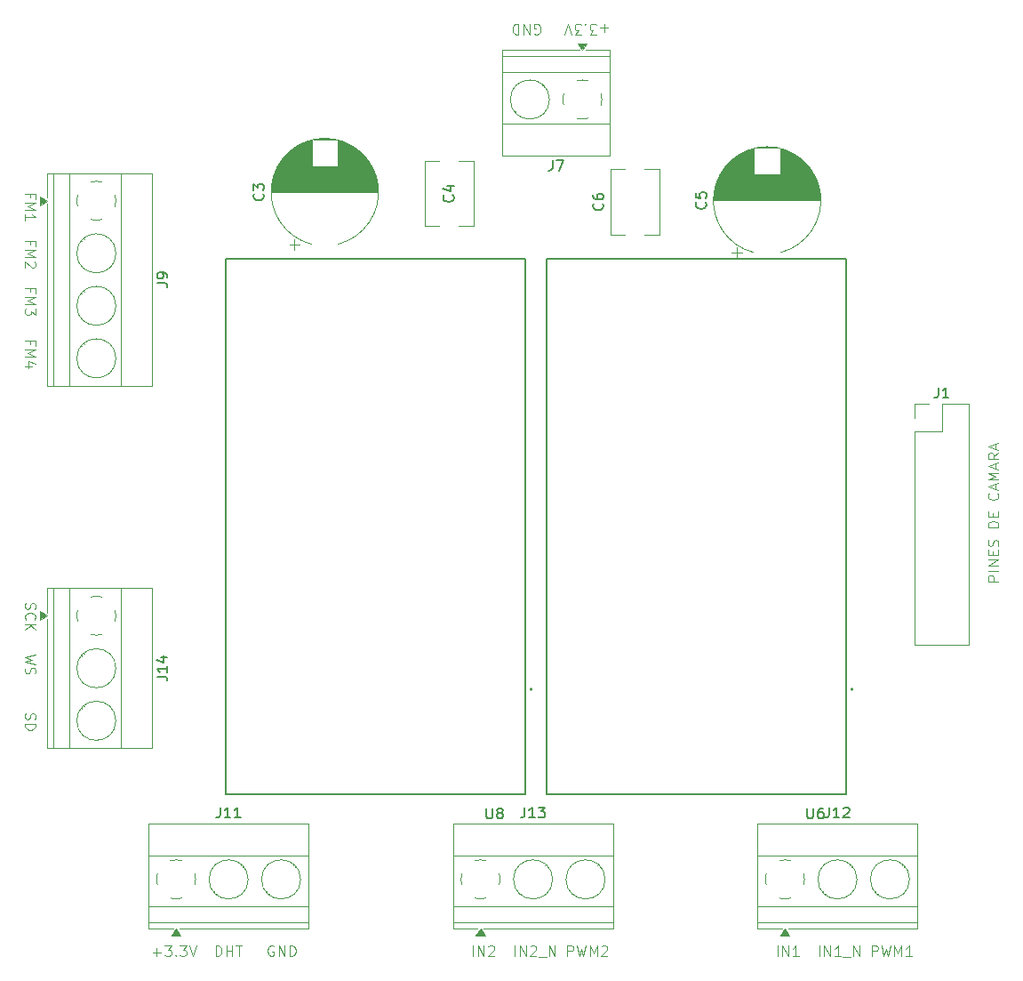
<source format=gbr>
%TF.GenerationSoftware,KiCad,Pcbnew,9.0.0*%
%TF.CreationDate,2025-03-24T12:51:38-05:00*%
%TF.ProjectId,DIIN-proyecto,4449494e-2d70-4726-9f79-6563746f2e6b,rev?*%
%TF.SameCoordinates,Original*%
%TF.FileFunction,Legend,Top*%
%TF.FilePolarity,Positive*%
%FSLAX46Y46*%
G04 Gerber Fmt 4.6, Leading zero omitted, Abs format (unit mm)*
G04 Created by KiCad (PCBNEW 9.0.0) date 2025-03-24 12:51:38*
%MOMM*%
%LPD*%
G01*
G04 APERTURE LIST*
%ADD10C,0.100000*%
%ADD11C,0.150000*%
%ADD12C,0.120000*%
%ADD13C,0.127000*%
%ADD14C,0.200000*%
G04 APERTURE END LIST*
D10*
X100508990Y-82203517D02*
X100508990Y-81870184D01*
X99985180Y-81870184D02*
X100985180Y-81870184D01*
X100985180Y-81870184D02*
X100985180Y-82346374D01*
X99985180Y-82727327D02*
X100985180Y-82727327D01*
X100985180Y-82727327D02*
X100270895Y-83060660D01*
X100270895Y-83060660D02*
X100985180Y-83393993D01*
X100985180Y-83393993D02*
X99985180Y-83393993D01*
X100651847Y-84298755D02*
X99985180Y-84298755D01*
X101032800Y-84060660D02*
X100318514Y-83822565D01*
X100318514Y-83822565D02*
X100318514Y-84441612D01*
X100508990Y-77203517D02*
X100508990Y-76870184D01*
X99985180Y-76870184D02*
X100985180Y-76870184D01*
X100985180Y-76870184D02*
X100985180Y-77346374D01*
X99985180Y-77727327D02*
X100985180Y-77727327D01*
X100985180Y-77727327D02*
X100270895Y-78060660D01*
X100270895Y-78060660D02*
X100985180Y-78393993D01*
X100985180Y-78393993D02*
X99985180Y-78393993D01*
X100985180Y-78774946D02*
X100985180Y-79393993D01*
X100985180Y-79393993D02*
X100604228Y-79060660D01*
X100604228Y-79060660D02*
X100604228Y-79203517D01*
X100604228Y-79203517D02*
X100556609Y-79298755D01*
X100556609Y-79298755D02*
X100508990Y-79346374D01*
X100508990Y-79346374D02*
X100413752Y-79393993D01*
X100413752Y-79393993D02*
X100175657Y-79393993D01*
X100175657Y-79393993D02*
X100080419Y-79346374D01*
X100080419Y-79346374D02*
X100032800Y-79298755D01*
X100032800Y-79298755D02*
X99985180Y-79203517D01*
X99985180Y-79203517D02*
X99985180Y-78917803D01*
X99985180Y-78917803D02*
X100032800Y-78822565D01*
X100032800Y-78822565D02*
X100080419Y-78774946D01*
X100508990Y-72703517D02*
X100508990Y-72370184D01*
X99985180Y-72370184D02*
X100985180Y-72370184D01*
X100985180Y-72370184D02*
X100985180Y-72846374D01*
X99985180Y-73227327D02*
X100985180Y-73227327D01*
X100985180Y-73227327D02*
X100270895Y-73560660D01*
X100270895Y-73560660D02*
X100985180Y-73893993D01*
X100985180Y-73893993D02*
X99985180Y-73893993D01*
X100889942Y-74322565D02*
X100937561Y-74370184D01*
X100937561Y-74370184D02*
X100985180Y-74465422D01*
X100985180Y-74465422D02*
X100985180Y-74703517D01*
X100985180Y-74703517D02*
X100937561Y-74798755D01*
X100937561Y-74798755D02*
X100889942Y-74846374D01*
X100889942Y-74846374D02*
X100794704Y-74893993D01*
X100794704Y-74893993D02*
X100699466Y-74893993D01*
X100699466Y-74893993D02*
X100556609Y-74846374D01*
X100556609Y-74846374D02*
X99985180Y-74274946D01*
X99985180Y-74274946D02*
X99985180Y-74893993D01*
X100508990Y-68203517D02*
X100508990Y-67870184D01*
X99985180Y-67870184D02*
X100985180Y-67870184D01*
X100985180Y-67870184D02*
X100985180Y-68346374D01*
X99985180Y-68727327D02*
X100985180Y-68727327D01*
X100985180Y-68727327D02*
X100270895Y-69060660D01*
X100270895Y-69060660D02*
X100985180Y-69393993D01*
X100985180Y-69393993D02*
X99985180Y-69393993D01*
X99985180Y-70393993D02*
X99985180Y-69822565D01*
X99985180Y-70108279D02*
X100985180Y-70108279D01*
X100985180Y-70108279D02*
X100842323Y-70013041D01*
X100842323Y-70013041D02*
X100747085Y-69917803D01*
X100747085Y-69917803D02*
X100699466Y-69822565D01*
X100032800Y-117322565D02*
X99985180Y-117465422D01*
X99985180Y-117465422D02*
X99985180Y-117703517D01*
X99985180Y-117703517D02*
X100032800Y-117798755D01*
X100032800Y-117798755D02*
X100080419Y-117846374D01*
X100080419Y-117846374D02*
X100175657Y-117893993D01*
X100175657Y-117893993D02*
X100270895Y-117893993D01*
X100270895Y-117893993D02*
X100366133Y-117846374D01*
X100366133Y-117846374D02*
X100413752Y-117798755D01*
X100413752Y-117798755D02*
X100461371Y-117703517D01*
X100461371Y-117703517D02*
X100508990Y-117513041D01*
X100508990Y-117513041D02*
X100556609Y-117417803D01*
X100556609Y-117417803D02*
X100604228Y-117370184D01*
X100604228Y-117370184D02*
X100699466Y-117322565D01*
X100699466Y-117322565D02*
X100794704Y-117322565D01*
X100794704Y-117322565D02*
X100889942Y-117370184D01*
X100889942Y-117370184D02*
X100937561Y-117417803D01*
X100937561Y-117417803D02*
X100985180Y-117513041D01*
X100985180Y-117513041D02*
X100985180Y-117751136D01*
X100985180Y-117751136D02*
X100937561Y-117893993D01*
X99985180Y-118322565D02*
X100985180Y-118322565D01*
X100985180Y-118322565D02*
X100985180Y-118560660D01*
X100985180Y-118560660D02*
X100937561Y-118703517D01*
X100937561Y-118703517D02*
X100842323Y-118798755D01*
X100842323Y-118798755D02*
X100747085Y-118846374D01*
X100747085Y-118846374D02*
X100556609Y-118893993D01*
X100556609Y-118893993D02*
X100413752Y-118893993D01*
X100413752Y-118893993D02*
X100223276Y-118846374D01*
X100223276Y-118846374D02*
X100128038Y-118798755D01*
X100128038Y-118798755D02*
X100032800Y-118703517D01*
X100032800Y-118703517D02*
X99985180Y-118560660D01*
X99985180Y-118560660D02*
X99985180Y-118322565D01*
X100985180Y-111774946D02*
X99985180Y-112013041D01*
X99985180Y-112013041D02*
X100699466Y-112203517D01*
X100699466Y-112203517D02*
X99985180Y-112393993D01*
X99985180Y-112393993D02*
X100985180Y-112632089D01*
X100032800Y-112965422D02*
X99985180Y-113108279D01*
X99985180Y-113108279D02*
X99985180Y-113346374D01*
X99985180Y-113346374D02*
X100032800Y-113441612D01*
X100032800Y-113441612D02*
X100080419Y-113489231D01*
X100080419Y-113489231D02*
X100175657Y-113536850D01*
X100175657Y-113536850D02*
X100270895Y-113536850D01*
X100270895Y-113536850D02*
X100366133Y-113489231D01*
X100366133Y-113489231D02*
X100413752Y-113441612D01*
X100413752Y-113441612D02*
X100461371Y-113346374D01*
X100461371Y-113346374D02*
X100508990Y-113155898D01*
X100508990Y-113155898D02*
X100556609Y-113060660D01*
X100556609Y-113060660D02*
X100604228Y-113013041D01*
X100604228Y-113013041D02*
X100699466Y-112965422D01*
X100699466Y-112965422D02*
X100794704Y-112965422D01*
X100794704Y-112965422D02*
X100889942Y-113013041D01*
X100889942Y-113013041D02*
X100937561Y-113060660D01*
X100937561Y-113060660D02*
X100985180Y-113155898D01*
X100985180Y-113155898D02*
X100985180Y-113393993D01*
X100985180Y-113393993D02*
X100937561Y-113536850D01*
X100032800Y-106822565D02*
X99985180Y-106965422D01*
X99985180Y-106965422D02*
X99985180Y-107203517D01*
X99985180Y-107203517D02*
X100032800Y-107298755D01*
X100032800Y-107298755D02*
X100080419Y-107346374D01*
X100080419Y-107346374D02*
X100175657Y-107393993D01*
X100175657Y-107393993D02*
X100270895Y-107393993D01*
X100270895Y-107393993D02*
X100366133Y-107346374D01*
X100366133Y-107346374D02*
X100413752Y-107298755D01*
X100413752Y-107298755D02*
X100461371Y-107203517D01*
X100461371Y-107203517D02*
X100508990Y-107013041D01*
X100508990Y-107013041D02*
X100556609Y-106917803D01*
X100556609Y-106917803D02*
X100604228Y-106870184D01*
X100604228Y-106870184D02*
X100699466Y-106822565D01*
X100699466Y-106822565D02*
X100794704Y-106822565D01*
X100794704Y-106822565D02*
X100889942Y-106870184D01*
X100889942Y-106870184D02*
X100937561Y-106917803D01*
X100937561Y-106917803D02*
X100985180Y-107013041D01*
X100985180Y-107013041D02*
X100985180Y-107251136D01*
X100985180Y-107251136D02*
X100937561Y-107393993D01*
X100080419Y-108393993D02*
X100032800Y-108346374D01*
X100032800Y-108346374D02*
X99985180Y-108203517D01*
X99985180Y-108203517D02*
X99985180Y-108108279D01*
X99985180Y-108108279D02*
X100032800Y-107965422D01*
X100032800Y-107965422D02*
X100128038Y-107870184D01*
X100128038Y-107870184D02*
X100223276Y-107822565D01*
X100223276Y-107822565D02*
X100413752Y-107774946D01*
X100413752Y-107774946D02*
X100556609Y-107774946D01*
X100556609Y-107774946D02*
X100747085Y-107822565D01*
X100747085Y-107822565D02*
X100842323Y-107870184D01*
X100842323Y-107870184D02*
X100937561Y-107965422D01*
X100937561Y-107965422D02*
X100985180Y-108108279D01*
X100985180Y-108108279D02*
X100985180Y-108203517D01*
X100985180Y-108203517D02*
X100937561Y-108346374D01*
X100937561Y-108346374D02*
X100889942Y-108393993D01*
X99985180Y-108822565D02*
X100985180Y-108822565D01*
X99985180Y-109393993D02*
X100556609Y-108965422D01*
X100985180Y-109393993D02*
X100413752Y-108822565D01*
X123685293Y-139486338D02*
X123590055Y-139438719D01*
X123590055Y-139438719D02*
X123447198Y-139438719D01*
X123447198Y-139438719D02*
X123304341Y-139486338D01*
X123304341Y-139486338D02*
X123209103Y-139581576D01*
X123209103Y-139581576D02*
X123161484Y-139676814D01*
X123161484Y-139676814D02*
X123113865Y-139867290D01*
X123113865Y-139867290D02*
X123113865Y-140010147D01*
X123113865Y-140010147D02*
X123161484Y-140200623D01*
X123161484Y-140200623D02*
X123209103Y-140295861D01*
X123209103Y-140295861D02*
X123304341Y-140391100D01*
X123304341Y-140391100D02*
X123447198Y-140438719D01*
X123447198Y-140438719D02*
X123542436Y-140438719D01*
X123542436Y-140438719D02*
X123685293Y-140391100D01*
X123685293Y-140391100D02*
X123732912Y-140343480D01*
X123732912Y-140343480D02*
X123732912Y-140010147D01*
X123732912Y-140010147D02*
X123542436Y-140010147D01*
X124161484Y-140438719D02*
X124161484Y-139438719D01*
X124161484Y-139438719D02*
X124732912Y-140438719D01*
X124732912Y-140438719D02*
X124732912Y-139438719D01*
X125209103Y-140438719D02*
X125209103Y-139438719D01*
X125209103Y-139438719D02*
X125447198Y-139438719D01*
X125447198Y-139438719D02*
X125590055Y-139486338D01*
X125590055Y-139486338D02*
X125685293Y-139581576D01*
X125685293Y-139581576D02*
X125732912Y-139676814D01*
X125732912Y-139676814D02*
X125780531Y-139867290D01*
X125780531Y-139867290D02*
X125780531Y-140010147D01*
X125780531Y-140010147D02*
X125732912Y-140200623D01*
X125732912Y-140200623D02*
X125685293Y-140295861D01*
X125685293Y-140295861D02*
X125590055Y-140391100D01*
X125590055Y-140391100D02*
X125447198Y-140438719D01*
X125447198Y-140438719D02*
X125209103Y-140438719D01*
X118161484Y-140438719D02*
X118161484Y-139438719D01*
X118161484Y-139438719D02*
X118399579Y-139438719D01*
X118399579Y-139438719D02*
X118542436Y-139486338D01*
X118542436Y-139486338D02*
X118637674Y-139581576D01*
X118637674Y-139581576D02*
X118685293Y-139676814D01*
X118685293Y-139676814D02*
X118732912Y-139867290D01*
X118732912Y-139867290D02*
X118732912Y-140010147D01*
X118732912Y-140010147D02*
X118685293Y-140200623D01*
X118685293Y-140200623D02*
X118637674Y-140295861D01*
X118637674Y-140295861D02*
X118542436Y-140391100D01*
X118542436Y-140391100D02*
X118399579Y-140438719D01*
X118399579Y-140438719D02*
X118161484Y-140438719D01*
X119161484Y-140438719D02*
X119161484Y-139438719D01*
X119161484Y-139914909D02*
X119732912Y-139914909D01*
X119732912Y-140438719D02*
X119732912Y-139438719D01*
X120066246Y-139438719D02*
X120637674Y-139438719D01*
X120351960Y-140438719D02*
X120351960Y-139438719D01*
X112161484Y-140057766D02*
X112923389Y-140057766D01*
X112542436Y-140438719D02*
X112542436Y-139676814D01*
X113304341Y-139438719D02*
X113923388Y-139438719D01*
X113923388Y-139438719D02*
X113590055Y-139819671D01*
X113590055Y-139819671D02*
X113732912Y-139819671D01*
X113732912Y-139819671D02*
X113828150Y-139867290D01*
X113828150Y-139867290D02*
X113875769Y-139914909D01*
X113875769Y-139914909D02*
X113923388Y-140010147D01*
X113923388Y-140010147D02*
X113923388Y-140248242D01*
X113923388Y-140248242D02*
X113875769Y-140343480D01*
X113875769Y-140343480D02*
X113828150Y-140391100D01*
X113828150Y-140391100D02*
X113732912Y-140438719D01*
X113732912Y-140438719D02*
X113447198Y-140438719D01*
X113447198Y-140438719D02*
X113351960Y-140391100D01*
X113351960Y-140391100D02*
X113304341Y-140343480D01*
X114351960Y-140343480D02*
X114399579Y-140391100D01*
X114399579Y-140391100D02*
X114351960Y-140438719D01*
X114351960Y-140438719D02*
X114304341Y-140391100D01*
X114304341Y-140391100D02*
X114351960Y-140343480D01*
X114351960Y-140343480D02*
X114351960Y-140438719D01*
X114732912Y-139438719D02*
X115351959Y-139438719D01*
X115351959Y-139438719D02*
X115018626Y-139819671D01*
X115018626Y-139819671D02*
X115161483Y-139819671D01*
X115161483Y-139819671D02*
X115256721Y-139867290D01*
X115256721Y-139867290D02*
X115304340Y-139914909D01*
X115304340Y-139914909D02*
X115351959Y-140010147D01*
X115351959Y-140010147D02*
X115351959Y-140248242D01*
X115351959Y-140248242D02*
X115304340Y-140343480D01*
X115304340Y-140343480D02*
X115256721Y-140391100D01*
X115256721Y-140391100D02*
X115161483Y-140438719D01*
X115161483Y-140438719D02*
X114875769Y-140438719D01*
X114875769Y-140438719D02*
X114780531Y-140391100D01*
X114780531Y-140391100D02*
X114732912Y-140343480D01*
X115637674Y-139438719D02*
X115971007Y-140438719D01*
X115971007Y-140438719D02*
X116304340Y-139438719D01*
X151661484Y-140438719D02*
X151661484Y-139438719D01*
X151661484Y-139438719D02*
X152042436Y-139438719D01*
X152042436Y-139438719D02*
X152137674Y-139486338D01*
X152137674Y-139486338D02*
X152185293Y-139533957D01*
X152185293Y-139533957D02*
X152232912Y-139629195D01*
X152232912Y-139629195D02*
X152232912Y-139772052D01*
X152232912Y-139772052D02*
X152185293Y-139867290D01*
X152185293Y-139867290D02*
X152137674Y-139914909D01*
X152137674Y-139914909D02*
X152042436Y-139962528D01*
X152042436Y-139962528D02*
X151661484Y-139962528D01*
X152566246Y-139438719D02*
X152804341Y-140438719D01*
X152804341Y-140438719D02*
X152994817Y-139724433D01*
X152994817Y-139724433D02*
X153185293Y-140438719D01*
X153185293Y-140438719D02*
X153423389Y-139438719D01*
X153804341Y-140438719D02*
X153804341Y-139438719D01*
X153804341Y-139438719D02*
X154137674Y-140153004D01*
X154137674Y-140153004D02*
X154471007Y-139438719D01*
X154471007Y-139438719D02*
X154471007Y-140438719D01*
X154899579Y-139533957D02*
X154947198Y-139486338D01*
X154947198Y-139486338D02*
X155042436Y-139438719D01*
X155042436Y-139438719D02*
X155280531Y-139438719D01*
X155280531Y-139438719D02*
X155375769Y-139486338D01*
X155375769Y-139486338D02*
X155423388Y-139533957D01*
X155423388Y-139533957D02*
X155471007Y-139629195D01*
X155471007Y-139629195D02*
X155471007Y-139724433D01*
X155471007Y-139724433D02*
X155423388Y-139867290D01*
X155423388Y-139867290D02*
X154851960Y-140438719D01*
X154851960Y-140438719D02*
X155471007Y-140438719D01*
X146661484Y-140438719D02*
X146661484Y-139438719D01*
X147137674Y-140438719D02*
X147137674Y-139438719D01*
X147137674Y-139438719D02*
X147709102Y-140438719D01*
X147709102Y-140438719D02*
X147709102Y-139438719D01*
X148137674Y-139533957D02*
X148185293Y-139486338D01*
X148185293Y-139486338D02*
X148280531Y-139438719D01*
X148280531Y-139438719D02*
X148518626Y-139438719D01*
X148518626Y-139438719D02*
X148613864Y-139486338D01*
X148613864Y-139486338D02*
X148661483Y-139533957D01*
X148661483Y-139533957D02*
X148709102Y-139629195D01*
X148709102Y-139629195D02*
X148709102Y-139724433D01*
X148709102Y-139724433D02*
X148661483Y-139867290D01*
X148661483Y-139867290D02*
X148090055Y-140438719D01*
X148090055Y-140438719D02*
X148709102Y-140438719D01*
X148899579Y-140533957D02*
X149661483Y-140533957D01*
X149899579Y-140438719D02*
X149899579Y-139438719D01*
X149899579Y-139438719D02*
X150471007Y-140438719D01*
X150471007Y-140438719D02*
X150471007Y-139438719D01*
X142661484Y-140438719D02*
X142661484Y-139438719D01*
X143137674Y-140438719D02*
X143137674Y-139438719D01*
X143137674Y-139438719D02*
X143709102Y-140438719D01*
X143709102Y-140438719D02*
X143709102Y-139438719D01*
X144137674Y-139533957D02*
X144185293Y-139486338D01*
X144185293Y-139486338D02*
X144280531Y-139438719D01*
X144280531Y-139438719D02*
X144518626Y-139438719D01*
X144518626Y-139438719D02*
X144613864Y-139486338D01*
X144613864Y-139486338D02*
X144661483Y-139533957D01*
X144661483Y-139533957D02*
X144709102Y-139629195D01*
X144709102Y-139629195D02*
X144709102Y-139724433D01*
X144709102Y-139724433D02*
X144661483Y-139867290D01*
X144661483Y-139867290D02*
X144090055Y-140438719D01*
X144090055Y-140438719D02*
X144709102Y-140438719D01*
X180661484Y-140438719D02*
X180661484Y-139438719D01*
X180661484Y-139438719D02*
X181042436Y-139438719D01*
X181042436Y-139438719D02*
X181137674Y-139486338D01*
X181137674Y-139486338D02*
X181185293Y-139533957D01*
X181185293Y-139533957D02*
X181232912Y-139629195D01*
X181232912Y-139629195D02*
X181232912Y-139772052D01*
X181232912Y-139772052D02*
X181185293Y-139867290D01*
X181185293Y-139867290D02*
X181137674Y-139914909D01*
X181137674Y-139914909D02*
X181042436Y-139962528D01*
X181042436Y-139962528D02*
X180661484Y-139962528D01*
X181566246Y-139438719D02*
X181804341Y-140438719D01*
X181804341Y-140438719D02*
X181994817Y-139724433D01*
X181994817Y-139724433D02*
X182185293Y-140438719D01*
X182185293Y-140438719D02*
X182423389Y-139438719D01*
X182804341Y-140438719D02*
X182804341Y-139438719D01*
X182804341Y-139438719D02*
X183137674Y-140153004D01*
X183137674Y-140153004D02*
X183471007Y-139438719D01*
X183471007Y-139438719D02*
X183471007Y-140438719D01*
X184471007Y-140438719D02*
X183899579Y-140438719D01*
X184185293Y-140438719D02*
X184185293Y-139438719D01*
X184185293Y-139438719D02*
X184090055Y-139581576D01*
X184090055Y-139581576D02*
X183994817Y-139676814D01*
X183994817Y-139676814D02*
X183899579Y-139724433D01*
X175661484Y-140438719D02*
X175661484Y-139438719D01*
X176137674Y-140438719D02*
X176137674Y-139438719D01*
X176137674Y-139438719D02*
X176709102Y-140438719D01*
X176709102Y-140438719D02*
X176709102Y-139438719D01*
X177709102Y-140438719D02*
X177137674Y-140438719D01*
X177423388Y-140438719D02*
X177423388Y-139438719D01*
X177423388Y-139438719D02*
X177328150Y-139581576D01*
X177328150Y-139581576D02*
X177232912Y-139676814D01*
X177232912Y-139676814D02*
X177137674Y-139724433D01*
X177899579Y-140533957D02*
X178661483Y-140533957D01*
X178899579Y-140438719D02*
X178899579Y-139438719D01*
X178899579Y-139438719D02*
X179471007Y-140438719D01*
X179471007Y-140438719D02*
X179471007Y-139438719D01*
X171661484Y-140438719D02*
X171661484Y-139438719D01*
X172137674Y-140438719D02*
X172137674Y-139438719D01*
X172137674Y-139438719D02*
X172709102Y-140438719D01*
X172709102Y-140438719D02*
X172709102Y-139438719D01*
X173709102Y-140438719D02*
X173137674Y-140438719D01*
X173423388Y-140438719D02*
X173423388Y-139438719D01*
X173423388Y-139438719D02*
X173328150Y-139581576D01*
X173328150Y-139581576D02*
X173232912Y-139676814D01*
X173232912Y-139676814D02*
X173137674Y-139724433D01*
X192730019Y-104762415D02*
X191730019Y-104762415D01*
X191730019Y-104762415D02*
X191730019Y-104381463D01*
X191730019Y-104381463D02*
X191777638Y-104286225D01*
X191777638Y-104286225D02*
X191825257Y-104238606D01*
X191825257Y-104238606D02*
X191920495Y-104190987D01*
X191920495Y-104190987D02*
X192063352Y-104190987D01*
X192063352Y-104190987D02*
X192158590Y-104238606D01*
X192158590Y-104238606D02*
X192206209Y-104286225D01*
X192206209Y-104286225D02*
X192253828Y-104381463D01*
X192253828Y-104381463D02*
X192253828Y-104762415D01*
X192730019Y-103762415D02*
X191730019Y-103762415D01*
X192730019Y-103286225D02*
X191730019Y-103286225D01*
X191730019Y-103286225D02*
X192730019Y-102714797D01*
X192730019Y-102714797D02*
X191730019Y-102714797D01*
X192206209Y-102238606D02*
X192206209Y-101905273D01*
X192730019Y-101762416D02*
X192730019Y-102238606D01*
X192730019Y-102238606D02*
X191730019Y-102238606D01*
X191730019Y-102238606D02*
X191730019Y-101762416D01*
X192682400Y-101381463D02*
X192730019Y-101238606D01*
X192730019Y-101238606D02*
X192730019Y-101000511D01*
X192730019Y-101000511D02*
X192682400Y-100905273D01*
X192682400Y-100905273D02*
X192634780Y-100857654D01*
X192634780Y-100857654D02*
X192539542Y-100810035D01*
X192539542Y-100810035D02*
X192444304Y-100810035D01*
X192444304Y-100810035D02*
X192349066Y-100857654D01*
X192349066Y-100857654D02*
X192301447Y-100905273D01*
X192301447Y-100905273D02*
X192253828Y-101000511D01*
X192253828Y-101000511D02*
X192206209Y-101190987D01*
X192206209Y-101190987D02*
X192158590Y-101286225D01*
X192158590Y-101286225D02*
X192110971Y-101333844D01*
X192110971Y-101333844D02*
X192015733Y-101381463D01*
X192015733Y-101381463D02*
X191920495Y-101381463D01*
X191920495Y-101381463D02*
X191825257Y-101333844D01*
X191825257Y-101333844D02*
X191777638Y-101286225D01*
X191777638Y-101286225D02*
X191730019Y-101190987D01*
X191730019Y-101190987D02*
X191730019Y-100952892D01*
X191730019Y-100952892D02*
X191777638Y-100810035D01*
X192730019Y-99619558D02*
X191730019Y-99619558D01*
X191730019Y-99619558D02*
X191730019Y-99381463D01*
X191730019Y-99381463D02*
X191777638Y-99238606D01*
X191777638Y-99238606D02*
X191872876Y-99143368D01*
X191872876Y-99143368D02*
X191968114Y-99095749D01*
X191968114Y-99095749D02*
X192158590Y-99048130D01*
X192158590Y-99048130D02*
X192301447Y-99048130D01*
X192301447Y-99048130D02*
X192491923Y-99095749D01*
X192491923Y-99095749D02*
X192587161Y-99143368D01*
X192587161Y-99143368D02*
X192682400Y-99238606D01*
X192682400Y-99238606D02*
X192730019Y-99381463D01*
X192730019Y-99381463D02*
X192730019Y-99619558D01*
X192206209Y-98619558D02*
X192206209Y-98286225D01*
X192730019Y-98143368D02*
X192730019Y-98619558D01*
X192730019Y-98619558D02*
X191730019Y-98619558D01*
X191730019Y-98619558D02*
X191730019Y-98143368D01*
X192634780Y-96381463D02*
X192682400Y-96429082D01*
X192682400Y-96429082D02*
X192730019Y-96571939D01*
X192730019Y-96571939D02*
X192730019Y-96667177D01*
X192730019Y-96667177D02*
X192682400Y-96810034D01*
X192682400Y-96810034D02*
X192587161Y-96905272D01*
X192587161Y-96905272D02*
X192491923Y-96952891D01*
X192491923Y-96952891D02*
X192301447Y-97000510D01*
X192301447Y-97000510D02*
X192158590Y-97000510D01*
X192158590Y-97000510D02*
X191968114Y-96952891D01*
X191968114Y-96952891D02*
X191872876Y-96905272D01*
X191872876Y-96905272D02*
X191777638Y-96810034D01*
X191777638Y-96810034D02*
X191730019Y-96667177D01*
X191730019Y-96667177D02*
X191730019Y-96571939D01*
X191730019Y-96571939D02*
X191777638Y-96429082D01*
X191777638Y-96429082D02*
X191825257Y-96381463D01*
X192444304Y-96000510D02*
X192444304Y-95524320D01*
X192730019Y-96095748D02*
X191730019Y-95762415D01*
X191730019Y-95762415D02*
X192730019Y-95429082D01*
X192730019Y-95095748D02*
X191730019Y-95095748D01*
X191730019Y-95095748D02*
X192444304Y-94762415D01*
X192444304Y-94762415D02*
X191730019Y-94429082D01*
X191730019Y-94429082D02*
X192730019Y-94429082D01*
X192444304Y-94000510D02*
X192444304Y-93524320D01*
X192730019Y-94095748D02*
X191730019Y-93762415D01*
X191730019Y-93762415D02*
X192730019Y-93429082D01*
X192730019Y-92524320D02*
X192253828Y-92857653D01*
X192730019Y-93095748D02*
X191730019Y-93095748D01*
X191730019Y-93095748D02*
X191730019Y-92714796D01*
X191730019Y-92714796D02*
X191777638Y-92619558D01*
X191777638Y-92619558D02*
X191825257Y-92571939D01*
X191825257Y-92571939D02*
X191920495Y-92524320D01*
X191920495Y-92524320D02*
X192063352Y-92524320D01*
X192063352Y-92524320D02*
X192158590Y-92571939D01*
X192158590Y-92571939D02*
X192206209Y-92619558D01*
X192206209Y-92619558D02*
X192253828Y-92714796D01*
X192253828Y-92714796D02*
X192253828Y-93095748D01*
X192444304Y-92143367D02*
X192444304Y-91667177D01*
X192730019Y-92238605D02*
X191730019Y-91905272D01*
X191730019Y-91905272D02*
X192730019Y-91571939D01*
X148529906Y-52646261D02*
X148625144Y-52693880D01*
X148625144Y-52693880D02*
X148768001Y-52693880D01*
X148768001Y-52693880D02*
X148910858Y-52646261D01*
X148910858Y-52646261D02*
X149006096Y-52551023D01*
X149006096Y-52551023D02*
X149053715Y-52455785D01*
X149053715Y-52455785D02*
X149101334Y-52265309D01*
X149101334Y-52265309D02*
X149101334Y-52122452D01*
X149101334Y-52122452D02*
X149053715Y-51931976D01*
X149053715Y-51931976D02*
X149006096Y-51836738D01*
X149006096Y-51836738D02*
X148910858Y-51741500D01*
X148910858Y-51741500D02*
X148768001Y-51693880D01*
X148768001Y-51693880D02*
X148672763Y-51693880D01*
X148672763Y-51693880D02*
X148529906Y-51741500D01*
X148529906Y-51741500D02*
X148482287Y-51789119D01*
X148482287Y-51789119D02*
X148482287Y-52122452D01*
X148482287Y-52122452D02*
X148672763Y-52122452D01*
X148053715Y-51693880D02*
X148053715Y-52693880D01*
X148053715Y-52693880D02*
X147482287Y-51693880D01*
X147482287Y-51693880D02*
X147482287Y-52693880D01*
X147006096Y-51693880D02*
X147006096Y-52693880D01*
X147006096Y-52693880D02*
X146768001Y-52693880D01*
X146768001Y-52693880D02*
X146625144Y-52646261D01*
X146625144Y-52646261D02*
X146529906Y-52551023D01*
X146529906Y-52551023D02*
X146482287Y-52455785D01*
X146482287Y-52455785D02*
X146434668Y-52265309D01*
X146434668Y-52265309D02*
X146434668Y-52122452D01*
X146434668Y-52122452D02*
X146482287Y-51931976D01*
X146482287Y-51931976D02*
X146529906Y-51836738D01*
X146529906Y-51836738D02*
X146625144Y-51741500D01*
X146625144Y-51741500D02*
X146768001Y-51693880D01*
X146768001Y-51693880D02*
X147006096Y-51693880D01*
X155553715Y-52074833D02*
X154791811Y-52074833D01*
X155172763Y-51693880D02*
X155172763Y-52455785D01*
X154410858Y-52693880D02*
X153791811Y-52693880D01*
X153791811Y-52693880D02*
X154125144Y-52312928D01*
X154125144Y-52312928D02*
X153982287Y-52312928D01*
X153982287Y-52312928D02*
X153887049Y-52265309D01*
X153887049Y-52265309D02*
X153839430Y-52217690D01*
X153839430Y-52217690D02*
X153791811Y-52122452D01*
X153791811Y-52122452D02*
X153791811Y-51884357D01*
X153791811Y-51884357D02*
X153839430Y-51789119D01*
X153839430Y-51789119D02*
X153887049Y-51741500D01*
X153887049Y-51741500D02*
X153982287Y-51693880D01*
X153982287Y-51693880D02*
X154268001Y-51693880D01*
X154268001Y-51693880D02*
X154363239Y-51741500D01*
X154363239Y-51741500D02*
X154410858Y-51789119D01*
X153363239Y-51789119D02*
X153315620Y-51741500D01*
X153315620Y-51741500D02*
X153363239Y-51693880D01*
X153363239Y-51693880D02*
X153410858Y-51741500D01*
X153410858Y-51741500D02*
X153363239Y-51789119D01*
X153363239Y-51789119D02*
X153363239Y-51693880D01*
X152982287Y-52693880D02*
X152363240Y-52693880D01*
X152363240Y-52693880D02*
X152696573Y-52312928D01*
X152696573Y-52312928D02*
X152553716Y-52312928D01*
X152553716Y-52312928D02*
X152458478Y-52265309D01*
X152458478Y-52265309D02*
X152410859Y-52217690D01*
X152410859Y-52217690D02*
X152363240Y-52122452D01*
X152363240Y-52122452D02*
X152363240Y-51884357D01*
X152363240Y-51884357D02*
X152410859Y-51789119D01*
X152410859Y-51789119D02*
X152458478Y-51741500D01*
X152458478Y-51741500D02*
X152553716Y-51693880D01*
X152553716Y-51693880D02*
X152839430Y-51693880D01*
X152839430Y-51693880D02*
X152934668Y-51741500D01*
X152934668Y-51741500D02*
X152982287Y-51789119D01*
X152077525Y-52693880D02*
X151744192Y-51693880D01*
X151744192Y-51693880D02*
X151410859Y-52693880D01*
D11*
X186986466Y-86298919D02*
X186986466Y-87013204D01*
X186986466Y-87013204D02*
X186938847Y-87156061D01*
X186938847Y-87156061D02*
X186843609Y-87251300D01*
X186843609Y-87251300D02*
X186700752Y-87298919D01*
X186700752Y-87298919D02*
X186605514Y-87298919D01*
X187986466Y-87298919D02*
X187415038Y-87298919D01*
X187700752Y-87298919D02*
X187700752Y-86298919D01*
X187700752Y-86298919D02*
X187605514Y-86441776D01*
X187605514Y-86441776D02*
X187510276Y-86537014D01*
X187510276Y-86537014D02*
X187415038Y-86584633D01*
X154999380Y-68800766D02*
X155047000Y-68848385D01*
X155047000Y-68848385D02*
X155094619Y-68991242D01*
X155094619Y-68991242D02*
X155094619Y-69086480D01*
X155094619Y-69086480D02*
X155047000Y-69229337D01*
X155047000Y-69229337D02*
X154951761Y-69324575D01*
X154951761Y-69324575D02*
X154856523Y-69372194D01*
X154856523Y-69372194D02*
X154666047Y-69419813D01*
X154666047Y-69419813D02*
X154523190Y-69419813D01*
X154523190Y-69419813D02*
X154332714Y-69372194D01*
X154332714Y-69372194D02*
X154237476Y-69324575D01*
X154237476Y-69324575D02*
X154142238Y-69229337D01*
X154142238Y-69229337D02*
X154094619Y-69086480D01*
X154094619Y-69086480D02*
X154094619Y-68991242D01*
X154094619Y-68991242D02*
X154142238Y-68848385D01*
X154142238Y-68848385D02*
X154189857Y-68800766D01*
X154094619Y-67943623D02*
X154094619Y-68134099D01*
X154094619Y-68134099D02*
X154142238Y-68229337D01*
X154142238Y-68229337D02*
X154189857Y-68276956D01*
X154189857Y-68276956D02*
X154332714Y-68372194D01*
X154332714Y-68372194D02*
X154523190Y-68419813D01*
X154523190Y-68419813D02*
X154904142Y-68419813D01*
X154904142Y-68419813D02*
X154999380Y-68372194D01*
X154999380Y-68372194D02*
X155047000Y-68324575D01*
X155047000Y-68324575D02*
X155094619Y-68229337D01*
X155094619Y-68229337D02*
X155094619Y-68038861D01*
X155094619Y-68038861D02*
X155047000Y-67943623D01*
X155047000Y-67943623D02*
X154999380Y-67896004D01*
X154999380Y-67896004D02*
X154904142Y-67848385D01*
X154904142Y-67848385D02*
X154666047Y-67848385D01*
X154666047Y-67848385D02*
X154570809Y-67896004D01*
X154570809Y-67896004D02*
X154523190Y-67943623D01*
X154523190Y-67943623D02*
X154475571Y-68038861D01*
X154475571Y-68038861D02*
X154475571Y-68229337D01*
X154475571Y-68229337D02*
X154523190Y-68324575D01*
X154523190Y-68324575D02*
X154570809Y-68372194D01*
X154570809Y-68372194D02*
X154666047Y-68419813D01*
X140749380Y-68000766D02*
X140797000Y-68048385D01*
X140797000Y-68048385D02*
X140844619Y-68191242D01*
X140844619Y-68191242D02*
X140844619Y-68286480D01*
X140844619Y-68286480D02*
X140797000Y-68429337D01*
X140797000Y-68429337D02*
X140701761Y-68524575D01*
X140701761Y-68524575D02*
X140606523Y-68572194D01*
X140606523Y-68572194D02*
X140416047Y-68619813D01*
X140416047Y-68619813D02*
X140273190Y-68619813D01*
X140273190Y-68619813D02*
X140082714Y-68572194D01*
X140082714Y-68572194D02*
X139987476Y-68524575D01*
X139987476Y-68524575D02*
X139892238Y-68429337D01*
X139892238Y-68429337D02*
X139844619Y-68286480D01*
X139844619Y-68286480D02*
X139844619Y-68191242D01*
X139844619Y-68191242D02*
X139892238Y-68048385D01*
X139892238Y-68048385D02*
X139939857Y-68000766D01*
X140177952Y-67143623D02*
X140844619Y-67143623D01*
X139797000Y-67381718D02*
X140511285Y-67619813D01*
X140511285Y-67619813D02*
X140511285Y-67000766D01*
X122661880Y-67868366D02*
X122709500Y-67915985D01*
X122709500Y-67915985D02*
X122757119Y-68058842D01*
X122757119Y-68058842D02*
X122757119Y-68154080D01*
X122757119Y-68154080D02*
X122709500Y-68296937D01*
X122709500Y-68296937D02*
X122614261Y-68392175D01*
X122614261Y-68392175D02*
X122519023Y-68439794D01*
X122519023Y-68439794D02*
X122328547Y-68487413D01*
X122328547Y-68487413D02*
X122185690Y-68487413D01*
X122185690Y-68487413D02*
X121995214Y-68439794D01*
X121995214Y-68439794D02*
X121899976Y-68392175D01*
X121899976Y-68392175D02*
X121804738Y-68296937D01*
X121804738Y-68296937D02*
X121757119Y-68154080D01*
X121757119Y-68154080D02*
X121757119Y-68058842D01*
X121757119Y-68058842D02*
X121804738Y-67915985D01*
X121804738Y-67915985D02*
X121852357Y-67868366D01*
X121757119Y-67535032D02*
X121757119Y-66915985D01*
X121757119Y-66915985D02*
X122138071Y-67249318D01*
X122138071Y-67249318D02*
X122138071Y-67106461D01*
X122138071Y-67106461D02*
X122185690Y-67011223D01*
X122185690Y-67011223D02*
X122233309Y-66963604D01*
X122233309Y-66963604D02*
X122328547Y-66915985D01*
X122328547Y-66915985D02*
X122566642Y-66915985D01*
X122566642Y-66915985D02*
X122661880Y-66963604D01*
X122661880Y-66963604D02*
X122709500Y-67011223D01*
X122709500Y-67011223D02*
X122757119Y-67106461D01*
X122757119Y-67106461D02*
X122757119Y-67392175D01*
X122757119Y-67392175D02*
X122709500Y-67487413D01*
X122709500Y-67487413D02*
X122661880Y-67535032D01*
X164799380Y-68668366D02*
X164847000Y-68715985D01*
X164847000Y-68715985D02*
X164894619Y-68858842D01*
X164894619Y-68858842D02*
X164894619Y-68954080D01*
X164894619Y-68954080D02*
X164847000Y-69096937D01*
X164847000Y-69096937D02*
X164751761Y-69192175D01*
X164751761Y-69192175D02*
X164656523Y-69239794D01*
X164656523Y-69239794D02*
X164466047Y-69287413D01*
X164466047Y-69287413D02*
X164323190Y-69287413D01*
X164323190Y-69287413D02*
X164132714Y-69239794D01*
X164132714Y-69239794D02*
X164037476Y-69192175D01*
X164037476Y-69192175D02*
X163942238Y-69096937D01*
X163942238Y-69096937D02*
X163894619Y-68954080D01*
X163894619Y-68954080D02*
X163894619Y-68858842D01*
X163894619Y-68858842D02*
X163942238Y-68715985D01*
X163942238Y-68715985D02*
X163989857Y-68668366D01*
X163894619Y-67763604D02*
X163894619Y-68239794D01*
X163894619Y-68239794D02*
X164370809Y-68287413D01*
X164370809Y-68287413D02*
X164323190Y-68239794D01*
X164323190Y-68239794D02*
X164275571Y-68144556D01*
X164275571Y-68144556D02*
X164275571Y-67906461D01*
X164275571Y-67906461D02*
X164323190Y-67811223D01*
X164323190Y-67811223D02*
X164370809Y-67763604D01*
X164370809Y-67763604D02*
X164466047Y-67715985D01*
X164466047Y-67715985D02*
X164704142Y-67715985D01*
X164704142Y-67715985D02*
X164799380Y-67763604D01*
X164799380Y-67763604D02*
X164847000Y-67811223D01*
X164847000Y-67811223D02*
X164894619Y-67906461D01*
X164894619Y-67906461D02*
X164894619Y-68144556D01*
X164894619Y-68144556D02*
X164847000Y-68239794D01*
X164847000Y-68239794D02*
X164799380Y-68287413D01*
X174510395Y-126348919D02*
X174510395Y-127158442D01*
X174510395Y-127158442D02*
X174558014Y-127253680D01*
X174558014Y-127253680D02*
X174605633Y-127301300D01*
X174605633Y-127301300D02*
X174700871Y-127348919D01*
X174700871Y-127348919D02*
X174891347Y-127348919D01*
X174891347Y-127348919D02*
X174986585Y-127301300D01*
X174986585Y-127301300D02*
X175034204Y-127253680D01*
X175034204Y-127253680D02*
X175081823Y-127158442D01*
X175081823Y-127158442D02*
X175081823Y-126348919D01*
X175986585Y-126348919D02*
X175796109Y-126348919D01*
X175796109Y-126348919D02*
X175700871Y-126396538D01*
X175700871Y-126396538D02*
X175653252Y-126444157D01*
X175653252Y-126444157D02*
X175558014Y-126587014D01*
X175558014Y-126587014D02*
X175510395Y-126777490D01*
X175510395Y-126777490D02*
X175510395Y-127158442D01*
X175510395Y-127158442D02*
X175558014Y-127253680D01*
X175558014Y-127253680D02*
X175605633Y-127301300D01*
X175605633Y-127301300D02*
X175700871Y-127348919D01*
X175700871Y-127348919D02*
X175891347Y-127348919D01*
X175891347Y-127348919D02*
X175986585Y-127301300D01*
X175986585Y-127301300D02*
X176034204Y-127253680D01*
X176034204Y-127253680D02*
X176081823Y-127158442D01*
X176081823Y-127158442D02*
X176081823Y-126920347D01*
X176081823Y-126920347D02*
X176034204Y-126825109D01*
X176034204Y-126825109D02*
X175986585Y-126777490D01*
X175986585Y-126777490D02*
X175891347Y-126729871D01*
X175891347Y-126729871D02*
X175700871Y-126729871D01*
X175700871Y-126729871D02*
X175605633Y-126777490D01*
X175605633Y-126777490D02*
X175558014Y-126825109D01*
X175558014Y-126825109D02*
X175510395Y-126920347D01*
X143955395Y-126348919D02*
X143955395Y-127158442D01*
X143955395Y-127158442D02*
X144003014Y-127253680D01*
X144003014Y-127253680D02*
X144050633Y-127301300D01*
X144050633Y-127301300D02*
X144145871Y-127348919D01*
X144145871Y-127348919D02*
X144336347Y-127348919D01*
X144336347Y-127348919D02*
X144431585Y-127301300D01*
X144431585Y-127301300D02*
X144479204Y-127253680D01*
X144479204Y-127253680D02*
X144526823Y-127158442D01*
X144526823Y-127158442D02*
X144526823Y-126348919D01*
X145145871Y-126777490D02*
X145050633Y-126729871D01*
X145050633Y-126729871D02*
X145003014Y-126682252D01*
X145003014Y-126682252D02*
X144955395Y-126587014D01*
X144955395Y-126587014D02*
X144955395Y-126539395D01*
X144955395Y-126539395D02*
X145003014Y-126444157D01*
X145003014Y-126444157D02*
X145050633Y-126396538D01*
X145050633Y-126396538D02*
X145145871Y-126348919D01*
X145145871Y-126348919D02*
X145336347Y-126348919D01*
X145336347Y-126348919D02*
X145431585Y-126396538D01*
X145431585Y-126396538D02*
X145479204Y-126444157D01*
X145479204Y-126444157D02*
X145526823Y-126539395D01*
X145526823Y-126539395D02*
X145526823Y-126587014D01*
X145526823Y-126587014D02*
X145479204Y-126682252D01*
X145479204Y-126682252D02*
X145431585Y-126729871D01*
X145431585Y-126729871D02*
X145336347Y-126777490D01*
X145336347Y-126777490D02*
X145145871Y-126777490D01*
X145145871Y-126777490D02*
X145050633Y-126825109D01*
X145050633Y-126825109D02*
X145003014Y-126872728D01*
X145003014Y-126872728D02*
X144955395Y-126967966D01*
X144955395Y-126967966D02*
X144955395Y-127158442D01*
X144955395Y-127158442D02*
X145003014Y-127253680D01*
X145003014Y-127253680D02*
X145050633Y-127301300D01*
X145050633Y-127301300D02*
X145145871Y-127348919D01*
X145145871Y-127348919D02*
X145336347Y-127348919D01*
X145336347Y-127348919D02*
X145431585Y-127301300D01*
X145431585Y-127301300D02*
X145479204Y-127253680D01*
X145479204Y-127253680D02*
X145526823Y-127158442D01*
X145526823Y-127158442D02*
X145526823Y-126967966D01*
X145526823Y-126967966D02*
X145479204Y-126872728D01*
X145479204Y-126872728D02*
X145431585Y-126825109D01*
X145431585Y-126825109D02*
X145336347Y-126777490D01*
X112564619Y-113843623D02*
X113278904Y-113843623D01*
X113278904Y-113843623D02*
X113421761Y-113891242D01*
X113421761Y-113891242D02*
X113517000Y-113986480D01*
X113517000Y-113986480D02*
X113564619Y-114129337D01*
X113564619Y-114129337D02*
X113564619Y-114224575D01*
X113564619Y-112843623D02*
X113564619Y-113415051D01*
X113564619Y-113129337D02*
X112564619Y-113129337D01*
X112564619Y-113129337D02*
X112707476Y-113224575D01*
X112707476Y-113224575D02*
X112802714Y-113319813D01*
X112802714Y-113319813D02*
X112850333Y-113415051D01*
X112897952Y-111986480D02*
X113564619Y-111986480D01*
X112517000Y-112224575D02*
X113231285Y-112462670D01*
X113231285Y-112462670D02*
X113231285Y-111843623D01*
X150256466Y-64668619D02*
X150256466Y-65382904D01*
X150256466Y-65382904D02*
X150208847Y-65525761D01*
X150208847Y-65525761D02*
X150113609Y-65621000D01*
X150113609Y-65621000D02*
X149970752Y-65668619D01*
X149970752Y-65668619D02*
X149875514Y-65668619D01*
X150637419Y-64668619D02*
X151304085Y-64668619D01*
X151304085Y-64668619D02*
X150875514Y-65668619D01*
X118580276Y-126268919D02*
X118580276Y-126983204D01*
X118580276Y-126983204D02*
X118532657Y-127126061D01*
X118532657Y-127126061D02*
X118437419Y-127221300D01*
X118437419Y-127221300D02*
X118294562Y-127268919D01*
X118294562Y-127268919D02*
X118199324Y-127268919D01*
X119580276Y-127268919D02*
X119008848Y-127268919D01*
X119294562Y-127268919D02*
X119294562Y-126268919D01*
X119294562Y-126268919D02*
X119199324Y-126411776D01*
X119199324Y-126411776D02*
X119104086Y-126507014D01*
X119104086Y-126507014D02*
X119008848Y-126554633D01*
X120532657Y-127268919D02*
X119961229Y-127268919D01*
X120246943Y-127268919D02*
X120246943Y-126268919D01*
X120246943Y-126268919D02*
X120151705Y-126411776D01*
X120151705Y-126411776D02*
X120056467Y-126507014D01*
X120056467Y-126507014D02*
X119961229Y-126554633D01*
X112564619Y-76367433D02*
X113278904Y-76367433D01*
X113278904Y-76367433D02*
X113421761Y-76415052D01*
X113421761Y-76415052D02*
X113517000Y-76510290D01*
X113517000Y-76510290D02*
X113564619Y-76653147D01*
X113564619Y-76653147D02*
X113564619Y-76748385D01*
X113564619Y-75843623D02*
X113564619Y-75653147D01*
X113564619Y-75653147D02*
X113517000Y-75557909D01*
X113517000Y-75557909D02*
X113469380Y-75510290D01*
X113469380Y-75510290D02*
X113326523Y-75415052D01*
X113326523Y-75415052D02*
X113136047Y-75367433D01*
X113136047Y-75367433D02*
X112755095Y-75367433D01*
X112755095Y-75367433D02*
X112659857Y-75415052D01*
X112659857Y-75415052D02*
X112612238Y-75462671D01*
X112612238Y-75462671D02*
X112564619Y-75557909D01*
X112564619Y-75557909D02*
X112564619Y-75748385D01*
X112564619Y-75748385D02*
X112612238Y-75843623D01*
X112612238Y-75843623D02*
X112659857Y-75891242D01*
X112659857Y-75891242D02*
X112755095Y-75938861D01*
X112755095Y-75938861D02*
X112993190Y-75938861D01*
X112993190Y-75938861D02*
X113088428Y-75891242D01*
X113088428Y-75891242D02*
X113136047Y-75843623D01*
X113136047Y-75843623D02*
X113183666Y-75748385D01*
X113183666Y-75748385D02*
X113183666Y-75557909D01*
X113183666Y-75557909D02*
X113136047Y-75462671D01*
X113136047Y-75462671D02*
X113088428Y-75415052D01*
X113088428Y-75415052D02*
X112993190Y-75367433D01*
X147580276Y-126268919D02*
X147580276Y-126983204D01*
X147580276Y-126983204D02*
X147532657Y-127126061D01*
X147532657Y-127126061D02*
X147437419Y-127221300D01*
X147437419Y-127221300D02*
X147294562Y-127268919D01*
X147294562Y-127268919D02*
X147199324Y-127268919D01*
X148580276Y-127268919D02*
X148008848Y-127268919D01*
X148294562Y-127268919D02*
X148294562Y-126268919D01*
X148294562Y-126268919D02*
X148199324Y-126411776D01*
X148199324Y-126411776D02*
X148104086Y-126507014D01*
X148104086Y-126507014D02*
X148008848Y-126554633D01*
X148913610Y-126268919D02*
X149532657Y-126268919D01*
X149532657Y-126268919D02*
X149199324Y-126649871D01*
X149199324Y-126649871D02*
X149342181Y-126649871D01*
X149342181Y-126649871D02*
X149437419Y-126697490D01*
X149437419Y-126697490D02*
X149485038Y-126745109D01*
X149485038Y-126745109D02*
X149532657Y-126840347D01*
X149532657Y-126840347D02*
X149532657Y-127078442D01*
X149532657Y-127078442D02*
X149485038Y-127173680D01*
X149485038Y-127173680D02*
X149437419Y-127221300D01*
X149437419Y-127221300D02*
X149342181Y-127268919D01*
X149342181Y-127268919D02*
X149056467Y-127268919D01*
X149056467Y-127268919D02*
X148961229Y-127221300D01*
X148961229Y-127221300D02*
X148913610Y-127173680D01*
X176580276Y-126268919D02*
X176580276Y-126983204D01*
X176580276Y-126983204D02*
X176532657Y-127126061D01*
X176532657Y-127126061D02*
X176437419Y-127221300D01*
X176437419Y-127221300D02*
X176294562Y-127268919D01*
X176294562Y-127268919D02*
X176199324Y-127268919D01*
X177580276Y-127268919D02*
X177008848Y-127268919D01*
X177294562Y-127268919D02*
X177294562Y-126268919D01*
X177294562Y-126268919D02*
X177199324Y-126411776D01*
X177199324Y-126411776D02*
X177104086Y-126507014D01*
X177104086Y-126507014D02*
X177008848Y-126554633D01*
X177961229Y-126364157D02*
X178008848Y-126316538D01*
X178008848Y-126316538D02*
X178104086Y-126268919D01*
X178104086Y-126268919D02*
X178342181Y-126268919D01*
X178342181Y-126268919D02*
X178437419Y-126316538D01*
X178437419Y-126316538D02*
X178485038Y-126364157D01*
X178485038Y-126364157D02*
X178532657Y-126459395D01*
X178532657Y-126459395D02*
X178532657Y-126554633D01*
X178532657Y-126554633D02*
X178485038Y-126697490D01*
X178485038Y-126697490D02*
X177913610Y-127268919D01*
X177913610Y-127268919D02*
X178532657Y-127268919D01*
D12*
%TO.C,J1*%
X184719800Y-87844100D02*
X186049800Y-87844100D01*
X184719800Y-89174100D02*
X184719800Y-87844100D01*
X184719800Y-90444100D02*
X184719800Y-110824100D01*
X184719800Y-90444100D02*
X187319800Y-90444100D01*
X184719800Y-110824100D02*
X189919800Y-110824100D01*
X187319800Y-87844100D02*
X189919800Y-87844100D01*
X187319800Y-90444100D02*
X187319800Y-87844100D01*
X189919800Y-87844100D02*
X189919800Y-110824100D01*
%TO.C,C6*%
X155768800Y-65514100D02*
X157164800Y-65514100D01*
X155768800Y-71754100D02*
X155768800Y-65514100D01*
X155768800Y-71754100D02*
X157164800Y-71754100D01*
X159014800Y-65514100D02*
X160410800Y-65514100D01*
X159014800Y-71754100D02*
X160410800Y-71754100D01*
X160410800Y-71754100D02*
X160410800Y-65514100D01*
%TO.C,C4*%
X138068800Y-64714100D02*
X139464800Y-64714100D01*
X138068800Y-70954100D02*
X138068800Y-64714100D01*
X138068800Y-70954100D02*
X139464800Y-70954100D01*
X141314800Y-64714100D02*
X142710800Y-64714100D01*
X141314800Y-70954100D02*
X142710800Y-70954100D01*
X142710800Y-70954100D02*
X142710800Y-64714100D01*
%TO.C,C3*%
X123472300Y-67621700D02*
X133632300Y-67621700D01*
X123472300Y-67661700D02*
X133632300Y-67661700D01*
X123472300Y-67701700D02*
X133632300Y-67701700D01*
X123473300Y-67581700D02*
X133631300Y-67581700D01*
X123474300Y-67541700D02*
X133630300Y-67541700D01*
X123475300Y-67501700D02*
X133629300Y-67501700D01*
X123477300Y-67461700D02*
X133627300Y-67461700D01*
X123479300Y-67421700D02*
X133625300Y-67421700D01*
X123482300Y-67381700D02*
X133622300Y-67381700D01*
X123484300Y-67341700D02*
X133620300Y-67341700D01*
X123487300Y-67301700D02*
X133617300Y-67301700D01*
X123490300Y-67261700D02*
X133614300Y-67261700D01*
X123494300Y-67221700D02*
X133610300Y-67221700D01*
X123498300Y-67181700D02*
X133606300Y-67181700D01*
X123502300Y-67141700D02*
X133602300Y-67141700D01*
X123507300Y-67101700D02*
X133597300Y-67101700D01*
X123512300Y-67061700D02*
X133592300Y-67061700D01*
X123517300Y-67021700D02*
X133587300Y-67021700D01*
X123522300Y-66980700D02*
X133582300Y-66980700D01*
X123528300Y-66940700D02*
X133576300Y-66940700D01*
X123534300Y-66900700D02*
X133570300Y-66900700D01*
X123541300Y-66860700D02*
X133563300Y-66860700D01*
X123548300Y-66820700D02*
X133556300Y-66820700D01*
X123555300Y-66780700D02*
X133549300Y-66780700D01*
X123562300Y-66740700D02*
X133542300Y-66740700D01*
X123570300Y-66700700D02*
X133534300Y-66700700D01*
X123578300Y-66660700D02*
X133526300Y-66660700D01*
X123587300Y-66620700D02*
X133517300Y-66620700D01*
X123596300Y-66580700D02*
X133508300Y-66580700D01*
X123605300Y-66540700D02*
X133499300Y-66540700D01*
X123614300Y-66500700D02*
X133490300Y-66500700D01*
X123624300Y-66460700D02*
X133480300Y-66460700D01*
X123634300Y-66420700D02*
X133470300Y-66420700D01*
X123645300Y-66380700D02*
X133459300Y-66380700D01*
X123655300Y-66340700D02*
X133449300Y-66340700D01*
X123667300Y-66300700D02*
X133437300Y-66300700D01*
X123678300Y-66260700D02*
X133426300Y-66260700D01*
X123690300Y-66220700D02*
X133414300Y-66220700D01*
X123702300Y-66180700D02*
X133402300Y-66180700D01*
X123715300Y-66140700D02*
X133389300Y-66140700D01*
X123728300Y-66100700D02*
X133376300Y-66100700D01*
X123741300Y-66060700D02*
X133363300Y-66060700D01*
X123755300Y-66020700D02*
X133349300Y-66020700D01*
X123769300Y-65980700D02*
X133335300Y-65980700D01*
X123784300Y-65940700D02*
X133320300Y-65940700D01*
X123798300Y-65900700D02*
X133306300Y-65900700D01*
X123814300Y-65860700D02*
X133290300Y-65860700D01*
X123829300Y-65820700D02*
X133275300Y-65820700D01*
X123845300Y-65780700D02*
X133259300Y-65780700D01*
X123862300Y-65740700D02*
X133242300Y-65740700D01*
X123878300Y-65700700D02*
X133226300Y-65700700D01*
X123895300Y-65660700D02*
X133209300Y-65660700D01*
X123913300Y-65620700D02*
X133191300Y-65620700D01*
X123931300Y-65580700D02*
X133173300Y-65580700D01*
X123949300Y-65540700D02*
X133155300Y-65540700D01*
X123968300Y-65500700D02*
X133136300Y-65500700D01*
X123988300Y-65460700D02*
X133116300Y-65460700D01*
X124007300Y-65420700D02*
X133097300Y-65420700D01*
X124027300Y-65380700D02*
X133077300Y-65380700D01*
X124048300Y-65340700D02*
X133056300Y-65340700D01*
X124069300Y-65300700D02*
X133035300Y-65300700D01*
X124090300Y-65260700D02*
X133014300Y-65260700D01*
X124112300Y-65220700D02*
X132992300Y-65220700D01*
X124135300Y-65180700D02*
X127311300Y-65180700D01*
X124157300Y-65140700D02*
X127311300Y-65140700D01*
X124181300Y-65100700D02*
X127311300Y-65100700D01*
X124205300Y-65060700D02*
X127311300Y-65060700D01*
X124229300Y-65020700D02*
X127311300Y-65020700D01*
X124254300Y-64980700D02*
X127311300Y-64980700D01*
X124279300Y-64940700D02*
X127311300Y-64940700D01*
X124305300Y-64900700D02*
X127311300Y-64900700D01*
X124331300Y-64860700D02*
X127311300Y-64860700D01*
X124358300Y-64820700D02*
X127311300Y-64820700D01*
X124386300Y-64780700D02*
X127311300Y-64780700D01*
X124414300Y-64740700D02*
X127311300Y-64740700D01*
X124442300Y-64700700D02*
X127311300Y-64700700D01*
X124472300Y-64660700D02*
X127311300Y-64660700D01*
X124502300Y-64620700D02*
X127311300Y-64620700D01*
X124532300Y-64580700D02*
X127311300Y-64580700D01*
X124563300Y-64540700D02*
X127311300Y-64540700D01*
X124595300Y-64500700D02*
X127311300Y-64500700D01*
X124627300Y-64460700D02*
X127311300Y-64460700D01*
X124660300Y-64420700D02*
X127311300Y-64420700D01*
X124694300Y-64380700D02*
X127311300Y-64380700D01*
X124728300Y-64340700D02*
X127311300Y-64340700D01*
X124763300Y-64300700D02*
X127311300Y-64300700D01*
X124799300Y-64260700D02*
X127311300Y-64260700D01*
X124836300Y-64220700D02*
X127311300Y-64220700D01*
X124873300Y-64180700D02*
X127311300Y-64180700D01*
X124912300Y-64140700D02*
X127311300Y-64140700D01*
X124951300Y-64100700D02*
X127311300Y-64100700D01*
X124991300Y-64060700D02*
X127311300Y-64060700D01*
X125032300Y-64020700D02*
X127311300Y-64020700D01*
X125074300Y-63980700D02*
X127311300Y-63980700D01*
X125116300Y-63940700D02*
X127311300Y-63940700D01*
X125160300Y-63900700D02*
X127311300Y-63900700D01*
X125177300Y-72681346D02*
X126177300Y-72681346D01*
X125205300Y-63860700D02*
X127311300Y-63860700D01*
X125251300Y-63820700D02*
X127311300Y-63820700D01*
X125298300Y-63780700D02*
X127311300Y-63780700D01*
X125346300Y-63740700D02*
X127311300Y-63740700D01*
X125396300Y-63700700D02*
X127311300Y-63700700D01*
X125446300Y-63660700D02*
X127311300Y-63660700D01*
X125498300Y-63620700D02*
X127311300Y-63620700D01*
X125552300Y-63580700D02*
X127311300Y-63580700D01*
X125607300Y-63540700D02*
X127311300Y-63540700D01*
X125663300Y-63500700D02*
X127311300Y-63500700D01*
X125677300Y-73181346D02*
X125677300Y-72181346D01*
X125722300Y-63460700D02*
X127311300Y-63460700D01*
X125782300Y-63420700D02*
X127311300Y-63420700D01*
X125843300Y-63380700D02*
X127311300Y-63380700D01*
X125907300Y-63340700D02*
X127311300Y-63340700D01*
X125973300Y-63300700D02*
X127311300Y-63300700D01*
X126042300Y-63260700D02*
X127311300Y-63260700D01*
X126113300Y-63220700D02*
X127311300Y-63220700D01*
X126187300Y-63180700D02*
X127311300Y-63180700D01*
X126263300Y-63140700D02*
X127311300Y-63140700D01*
X126343300Y-63100700D02*
X127311300Y-63100700D01*
X126427300Y-63060700D02*
X127311300Y-63060700D01*
X126515300Y-63020700D02*
X127311300Y-63020700D01*
X126608300Y-62980700D02*
X127311300Y-62980700D01*
X126706300Y-62940700D02*
X127311300Y-62940700D01*
X126810300Y-62900700D02*
X127311300Y-62900700D01*
X126922300Y-62860700D02*
X127311300Y-62860700D01*
X127042300Y-62820700D02*
X127311300Y-62820700D01*
X127174300Y-62780700D02*
X127311300Y-62780700D01*
X127490300Y-62700700D02*
X129614300Y-62700700D01*
X127690300Y-62660700D02*
X129414300Y-62660700D01*
X127953300Y-62620700D02*
X129151300Y-62620700D01*
X129793300Y-62780700D02*
X129930300Y-62780700D01*
X129793300Y-62820700D02*
X130062300Y-62820700D01*
X129793300Y-62860700D02*
X130182300Y-62860700D01*
X129793300Y-62900700D02*
X130294300Y-62900700D01*
X129793300Y-62940700D02*
X130398300Y-62940700D01*
X129793300Y-62980700D02*
X130496300Y-62980700D01*
X129793300Y-63020700D02*
X130589300Y-63020700D01*
X129793300Y-63060700D02*
X130677300Y-63060700D01*
X129793300Y-63100700D02*
X130761300Y-63100700D01*
X129793300Y-63140700D02*
X130841300Y-63140700D01*
X129793300Y-63180700D02*
X130917300Y-63180700D01*
X129793300Y-63220700D02*
X130991300Y-63220700D01*
X129793300Y-63260700D02*
X131062300Y-63260700D01*
X129793300Y-63300700D02*
X131131300Y-63300700D01*
X129793300Y-63340700D02*
X131197300Y-63340700D01*
X129793300Y-63380700D02*
X131261300Y-63380700D01*
X129793300Y-63420700D02*
X131322300Y-63420700D01*
X129793300Y-63460700D02*
X131382300Y-63460700D01*
X129793300Y-63500700D02*
X131441300Y-63500700D01*
X129793300Y-63540700D02*
X131497300Y-63540700D01*
X129793300Y-63580700D02*
X131552300Y-63580700D01*
X129793300Y-63620700D02*
X131606300Y-63620700D01*
X129793300Y-63660700D02*
X131658300Y-63660700D01*
X129793300Y-63700700D02*
X131708300Y-63700700D01*
X129793300Y-63740700D02*
X131758300Y-63740700D01*
X129793300Y-63780700D02*
X131806300Y-63780700D01*
X129793300Y-63820700D02*
X131853300Y-63820700D01*
X129793300Y-63860700D02*
X131899300Y-63860700D01*
X129793300Y-63900700D02*
X131944300Y-63900700D01*
X129793300Y-63940700D02*
X131988300Y-63940700D01*
X129793300Y-63980700D02*
X132030300Y-63980700D01*
X129793300Y-64020700D02*
X132072300Y-64020700D01*
X129793300Y-64060700D02*
X132113300Y-64060700D01*
X129793300Y-64100700D02*
X132153300Y-64100700D01*
X129793300Y-64140700D02*
X132192300Y-64140700D01*
X129793300Y-64180700D02*
X132231300Y-64180700D01*
X129793300Y-64220700D02*
X132268300Y-64220700D01*
X129793300Y-64260700D02*
X132305300Y-64260700D01*
X129793300Y-64300700D02*
X132341300Y-64300700D01*
X129793300Y-64340700D02*
X132376300Y-64340700D01*
X129793300Y-64380700D02*
X132410300Y-64380700D01*
X129793300Y-64420700D02*
X132444300Y-64420700D01*
X129793300Y-64460700D02*
X132477300Y-64460700D01*
X129793300Y-64500700D02*
X132509300Y-64500700D01*
X129793300Y-64540700D02*
X132541300Y-64540700D01*
X129793300Y-64580700D02*
X132572300Y-64580700D01*
X129793300Y-64620700D02*
X132602300Y-64620700D01*
X129793300Y-64660700D02*
X132632300Y-64660700D01*
X129793300Y-64700700D02*
X132662300Y-64700700D01*
X129793300Y-64740700D02*
X132690300Y-64740700D01*
X129793300Y-64780700D02*
X132718300Y-64780700D01*
X129793300Y-64820700D02*
X132746300Y-64820700D01*
X129793300Y-64860700D02*
X132773300Y-64860700D01*
X129793300Y-64900700D02*
X132799300Y-64900700D01*
X129793300Y-64940700D02*
X132825300Y-64940700D01*
X129793300Y-64980700D02*
X132850300Y-64980700D01*
X129793300Y-65020700D02*
X132875300Y-65020700D01*
X129793300Y-65060700D02*
X132899300Y-65060700D01*
X129793300Y-65100700D02*
X132923300Y-65100700D01*
X129793300Y-65140700D02*
X132947300Y-65140700D01*
X129793300Y-65180700D02*
X132969300Y-65180700D01*
X127292300Y-72664240D02*
G75*
G02*
X129812300Y-72664240I1260000J4962540D01*
G01*
%TO.C,C5*%
X165609800Y-68421700D02*
X175769800Y-68421700D01*
X165609800Y-68461700D02*
X175769800Y-68461700D01*
X165609800Y-68501700D02*
X175769800Y-68501700D01*
X165610800Y-68381700D02*
X175768800Y-68381700D01*
X165611800Y-68341700D02*
X175767800Y-68341700D01*
X165612800Y-68301700D02*
X175766800Y-68301700D01*
X165614800Y-68261700D02*
X175764800Y-68261700D01*
X165616800Y-68221700D02*
X175762800Y-68221700D01*
X165619800Y-68181700D02*
X175759800Y-68181700D01*
X165621800Y-68141700D02*
X175757800Y-68141700D01*
X165624800Y-68101700D02*
X175754800Y-68101700D01*
X165627800Y-68061700D02*
X175751800Y-68061700D01*
X165631800Y-68021700D02*
X175747800Y-68021700D01*
X165635800Y-67981700D02*
X175743800Y-67981700D01*
X165639800Y-67941700D02*
X175739800Y-67941700D01*
X165644800Y-67901700D02*
X175734800Y-67901700D01*
X165649800Y-67861700D02*
X175729800Y-67861700D01*
X165654800Y-67821700D02*
X175724800Y-67821700D01*
X165659800Y-67780700D02*
X175719800Y-67780700D01*
X165665800Y-67740700D02*
X175713800Y-67740700D01*
X165671800Y-67700700D02*
X175707800Y-67700700D01*
X165678800Y-67660700D02*
X175700800Y-67660700D01*
X165685800Y-67620700D02*
X175693800Y-67620700D01*
X165692800Y-67580700D02*
X175686800Y-67580700D01*
X165699800Y-67540700D02*
X175679800Y-67540700D01*
X165707800Y-67500700D02*
X175671800Y-67500700D01*
X165715800Y-67460700D02*
X175663800Y-67460700D01*
X165724800Y-67420700D02*
X175654800Y-67420700D01*
X165733800Y-67380700D02*
X175645800Y-67380700D01*
X165742800Y-67340700D02*
X175636800Y-67340700D01*
X165751800Y-67300700D02*
X175627800Y-67300700D01*
X165761800Y-67260700D02*
X175617800Y-67260700D01*
X165771800Y-67220700D02*
X175607800Y-67220700D01*
X165782800Y-67180700D02*
X175596800Y-67180700D01*
X165792800Y-67140700D02*
X175586800Y-67140700D01*
X165804800Y-67100700D02*
X175574800Y-67100700D01*
X165815800Y-67060700D02*
X175563800Y-67060700D01*
X165827800Y-67020700D02*
X175551800Y-67020700D01*
X165839800Y-66980700D02*
X175539800Y-66980700D01*
X165852800Y-66940700D02*
X175526800Y-66940700D01*
X165865800Y-66900700D02*
X175513800Y-66900700D01*
X165878800Y-66860700D02*
X175500800Y-66860700D01*
X165892800Y-66820700D02*
X175486800Y-66820700D01*
X165906800Y-66780700D02*
X175472800Y-66780700D01*
X165921800Y-66740700D02*
X175457800Y-66740700D01*
X165935800Y-66700700D02*
X175443800Y-66700700D01*
X165951800Y-66660700D02*
X175427800Y-66660700D01*
X165966800Y-66620700D02*
X175412800Y-66620700D01*
X165982800Y-66580700D02*
X175396800Y-66580700D01*
X165999800Y-66540700D02*
X175379800Y-66540700D01*
X166015800Y-66500700D02*
X175363800Y-66500700D01*
X166032800Y-66460700D02*
X175346800Y-66460700D01*
X166050800Y-66420700D02*
X175328800Y-66420700D01*
X166068800Y-66380700D02*
X175310800Y-66380700D01*
X166086800Y-66340700D02*
X175292800Y-66340700D01*
X166105800Y-66300700D02*
X175273800Y-66300700D01*
X166125800Y-66260700D02*
X175253800Y-66260700D01*
X166144800Y-66220700D02*
X175234800Y-66220700D01*
X166164800Y-66180700D02*
X175214800Y-66180700D01*
X166185800Y-66140700D02*
X175193800Y-66140700D01*
X166206800Y-66100700D02*
X175172800Y-66100700D01*
X166227800Y-66060700D02*
X175151800Y-66060700D01*
X166249800Y-66020700D02*
X175129800Y-66020700D01*
X166272800Y-65980700D02*
X169448800Y-65980700D01*
X166294800Y-65940700D02*
X169448800Y-65940700D01*
X166318800Y-65900700D02*
X169448800Y-65900700D01*
X166342800Y-65860700D02*
X169448800Y-65860700D01*
X166366800Y-65820700D02*
X169448800Y-65820700D01*
X166391800Y-65780700D02*
X169448800Y-65780700D01*
X166416800Y-65740700D02*
X169448800Y-65740700D01*
X166442800Y-65700700D02*
X169448800Y-65700700D01*
X166468800Y-65660700D02*
X169448800Y-65660700D01*
X166495800Y-65620700D02*
X169448800Y-65620700D01*
X166523800Y-65580700D02*
X169448800Y-65580700D01*
X166551800Y-65540700D02*
X169448800Y-65540700D01*
X166579800Y-65500700D02*
X169448800Y-65500700D01*
X166609800Y-65460700D02*
X169448800Y-65460700D01*
X166639800Y-65420700D02*
X169448800Y-65420700D01*
X166669800Y-65380700D02*
X169448800Y-65380700D01*
X166700800Y-65340700D02*
X169448800Y-65340700D01*
X166732800Y-65300700D02*
X169448800Y-65300700D01*
X166764800Y-65260700D02*
X169448800Y-65260700D01*
X166797800Y-65220700D02*
X169448800Y-65220700D01*
X166831800Y-65180700D02*
X169448800Y-65180700D01*
X166865800Y-65140700D02*
X169448800Y-65140700D01*
X166900800Y-65100700D02*
X169448800Y-65100700D01*
X166936800Y-65060700D02*
X169448800Y-65060700D01*
X166973800Y-65020700D02*
X169448800Y-65020700D01*
X167010800Y-64980700D02*
X169448800Y-64980700D01*
X167049800Y-64940700D02*
X169448800Y-64940700D01*
X167088800Y-64900700D02*
X169448800Y-64900700D01*
X167128800Y-64860700D02*
X169448800Y-64860700D01*
X167169800Y-64820700D02*
X169448800Y-64820700D01*
X167211800Y-64780700D02*
X169448800Y-64780700D01*
X167253800Y-64740700D02*
X169448800Y-64740700D01*
X167297800Y-64700700D02*
X169448800Y-64700700D01*
X167314800Y-73481346D02*
X168314800Y-73481346D01*
X167342800Y-64660700D02*
X169448800Y-64660700D01*
X167388800Y-64620700D02*
X169448800Y-64620700D01*
X167435800Y-64580700D02*
X169448800Y-64580700D01*
X167483800Y-64540700D02*
X169448800Y-64540700D01*
X167533800Y-64500700D02*
X169448800Y-64500700D01*
X167583800Y-64460700D02*
X169448800Y-64460700D01*
X167635800Y-64420700D02*
X169448800Y-64420700D01*
X167689800Y-64380700D02*
X169448800Y-64380700D01*
X167744800Y-64340700D02*
X169448800Y-64340700D01*
X167800800Y-64300700D02*
X169448800Y-64300700D01*
X167814800Y-73981346D02*
X167814800Y-72981346D01*
X167859800Y-64260700D02*
X169448800Y-64260700D01*
X167919800Y-64220700D02*
X169448800Y-64220700D01*
X167980800Y-64180700D02*
X169448800Y-64180700D01*
X168044800Y-64140700D02*
X169448800Y-64140700D01*
X168110800Y-64100700D02*
X169448800Y-64100700D01*
X168179800Y-64060700D02*
X169448800Y-64060700D01*
X168250800Y-64020700D02*
X169448800Y-64020700D01*
X168324800Y-63980700D02*
X169448800Y-63980700D01*
X168400800Y-63940700D02*
X169448800Y-63940700D01*
X168480800Y-63900700D02*
X169448800Y-63900700D01*
X168564800Y-63860700D02*
X169448800Y-63860700D01*
X168652800Y-63820700D02*
X169448800Y-63820700D01*
X168745800Y-63780700D02*
X169448800Y-63780700D01*
X168843800Y-63740700D02*
X169448800Y-63740700D01*
X168947800Y-63700700D02*
X169448800Y-63700700D01*
X169059800Y-63660700D02*
X169448800Y-63660700D01*
X169179800Y-63620700D02*
X169448800Y-63620700D01*
X169311800Y-63580700D02*
X169448800Y-63580700D01*
X169627800Y-63500700D02*
X171751800Y-63500700D01*
X169827800Y-63460700D02*
X171551800Y-63460700D01*
X170090800Y-63420700D02*
X171288800Y-63420700D01*
X171930800Y-63580700D02*
X172067800Y-63580700D01*
X171930800Y-63620700D02*
X172199800Y-63620700D01*
X171930800Y-63660700D02*
X172319800Y-63660700D01*
X171930800Y-63700700D02*
X172431800Y-63700700D01*
X171930800Y-63740700D02*
X172535800Y-63740700D01*
X171930800Y-63780700D02*
X172633800Y-63780700D01*
X171930800Y-63820700D02*
X172726800Y-63820700D01*
X171930800Y-63860700D02*
X172814800Y-63860700D01*
X171930800Y-63900700D02*
X172898800Y-63900700D01*
X171930800Y-63940700D02*
X172978800Y-63940700D01*
X171930800Y-63980700D02*
X173054800Y-63980700D01*
X171930800Y-64020700D02*
X173128800Y-64020700D01*
X171930800Y-64060700D02*
X173199800Y-64060700D01*
X171930800Y-64100700D02*
X173268800Y-64100700D01*
X171930800Y-64140700D02*
X173334800Y-64140700D01*
X171930800Y-64180700D02*
X173398800Y-64180700D01*
X171930800Y-64220700D02*
X173459800Y-64220700D01*
X171930800Y-64260700D02*
X173519800Y-64260700D01*
X171930800Y-64300700D02*
X173578800Y-64300700D01*
X171930800Y-64340700D02*
X173634800Y-64340700D01*
X171930800Y-64380700D02*
X173689800Y-64380700D01*
X171930800Y-64420700D02*
X173743800Y-64420700D01*
X171930800Y-64460700D02*
X173795800Y-64460700D01*
X171930800Y-64500700D02*
X173845800Y-64500700D01*
X171930800Y-64540700D02*
X173895800Y-64540700D01*
X171930800Y-64580700D02*
X173943800Y-64580700D01*
X171930800Y-64620700D02*
X173990800Y-64620700D01*
X171930800Y-64660700D02*
X174036800Y-64660700D01*
X171930800Y-64700700D02*
X174081800Y-64700700D01*
X171930800Y-64740700D02*
X174125800Y-64740700D01*
X171930800Y-64780700D02*
X174167800Y-64780700D01*
X171930800Y-64820700D02*
X174209800Y-64820700D01*
X171930800Y-64860700D02*
X174250800Y-64860700D01*
X171930800Y-64900700D02*
X174290800Y-64900700D01*
X171930800Y-64940700D02*
X174329800Y-64940700D01*
X171930800Y-64980700D02*
X174368800Y-64980700D01*
X171930800Y-65020700D02*
X174405800Y-65020700D01*
X171930800Y-65060700D02*
X174442800Y-65060700D01*
X171930800Y-65100700D02*
X174478800Y-65100700D01*
X171930800Y-65140700D02*
X174513800Y-65140700D01*
X171930800Y-65180700D02*
X174547800Y-65180700D01*
X171930800Y-65220700D02*
X174581800Y-65220700D01*
X171930800Y-65260700D02*
X174614800Y-65260700D01*
X171930800Y-65300700D02*
X174646800Y-65300700D01*
X171930800Y-65340700D02*
X174678800Y-65340700D01*
X171930800Y-65380700D02*
X174709800Y-65380700D01*
X171930800Y-65420700D02*
X174739800Y-65420700D01*
X171930800Y-65460700D02*
X174769800Y-65460700D01*
X171930800Y-65500700D02*
X174799800Y-65500700D01*
X171930800Y-65540700D02*
X174827800Y-65540700D01*
X171930800Y-65580700D02*
X174855800Y-65580700D01*
X171930800Y-65620700D02*
X174883800Y-65620700D01*
X171930800Y-65660700D02*
X174910800Y-65660700D01*
X171930800Y-65700700D02*
X174936800Y-65700700D01*
X171930800Y-65740700D02*
X174962800Y-65740700D01*
X171930800Y-65780700D02*
X174987800Y-65780700D01*
X171930800Y-65820700D02*
X175012800Y-65820700D01*
X171930800Y-65860700D02*
X175036800Y-65860700D01*
X171930800Y-65900700D02*
X175060800Y-65900700D01*
X171930800Y-65940700D02*
X175084800Y-65940700D01*
X171930800Y-65980700D02*
X175106800Y-65980700D01*
X169429800Y-73464240D02*
G75*
G02*
X171949800Y-73464240I1260000J4962540D01*
G01*
D13*
%TO.C,U6*%
X149687300Y-74059100D02*
X178197300Y-74059100D01*
X149687300Y-125009100D02*
X149687300Y-74059100D01*
X149687300Y-125009100D02*
X149687300Y-74059100D01*
X155137300Y-74059100D02*
X149687300Y-74059100D01*
X160417300Y-125009100D02*
X149687300Y-125009100D01*
X167128300Y-125009100D02*
X160417300Y-125009100D01*
X172827300Y-74059100D02*
X155137300Y-74059100D01*
X178197300Y-74059100D02*
X172827300Y-74059100D01*
X178197300Y-74059100D02*
X178197300Y-125009100D01*
X178197300Y-74059100D02*
X178197300Y-125009100D01*
X178197300Y-125009100D02*
X149687300Y-125009100D01*
X178197300Y-125009100D02*
X167128300Y-125009100D01*
D14*
X178867300Y-115049100D02*
G75*
G02*
X178667300Y-115049100I-100000J0D01*
G01*
X178667300Y-115049100D02*
G75*
G02*
X178867300Y-115049100I100000J0D01*
G01*
D13*
%TO.C,U8*%
X119132300Y-74059100D02*
X147642300Y-74059100D01*
X119132300Y-125009100D02*
X119132300Y-74059100D01*
X119132300Y-125009100D02*
X119132300Y-74059100D01*
X124582300Y-74059100D02*
X119132300Y-74059100D01*
X129862300Y-125009100D02*
X119132300Y-125009100D01*
X136573300Y-125009100D02*
X129862300Y-125009100D01*
X142272300Y-74059100D02*
X124582300Y-74059100D01*
X147642300Y-74059100D02*
X142272300Y-74059100D01*
X147642300Y-74059100D02*
X147642300Y-125009100D01*
X147642300Y-74059100D02*
X147642300Y-125009100D01*
X147642300Y-125009100D02*
X119132300Y-125009100D01*
X147642300Y-125009100D02*
X136573300Y-125009100D01*
D14*
X148312300Y-115049100D02*
G75*
G02*
X148112300Y-115049100I-100000J0D01*
G01*
X148112300Y-115049100D02*
G75*
G02*
X148312300Y-115049100I100000J0D01*
G01*
D12*
%TO.C,J14*%
X102069800Y-105414100D02*
X102069800Y-107734100D01*
X102069800Y-108334100D02*
X102069800Y-120654100D01*
X102689800Y-105414100D02*
X102689800Y-120654100D01*
X104189800Y-105414100D02*
X104189800Y-120654100D01*
X105422800Y-111894100D02*
X105379800Y-111850100D01*
X105422800Y-116894100D02*
X105379800Y-116850100D01*
X105649800Y-111667100D02*
X105606800Y-111623100D01*
X105649800Y-116667100D02*
X105606800Y-116623100D01*
X107973800Y-114445100D02*
X107929800Y-114401100D01*
X107973800Y-119445100D02*
X107929800Y-119401100D01*
X108200800Y-114218100D02*
X108156800Y-114174100D01*
X108200800Y-119218100D02*
X108156800Y-119174100D01*
X109089800Y-105414100D02*
X109089800Y-120654100D01*
X112109800Y-105414100D02*
X102069800Y-105414100D01*
X112109800Y-105414100D02*
X112109800Y-120654100D01*
X112109800Y-120654100D02*
X102069800Y-120654100D01*
X105009800Y-108574100D02*
G75*
G02*
X105009594Y-107494779I1780013J540000D01*
G01*
X106249800Y-106254100D02*
G75*
G02*
X107329121Y-106253894I540000J-1780000D01*
G01*
X107329800Y-109814100D02*
G75*
G02*
X106250479Y-109814306I-540000J1780013D01*
G01*
X108569800Y-107494100D02*
G75*
G02*
X108570006Y-108573421I-1780000J-540000D01*
G01*
X108649800Y-113034100D02*
G75*
G02*
X104929800Y-113034100I-1860000J0D01*
G01*
X104929800Y-113034100D02*
G75*
G02*
X108649800Y-113034100I1860000J0D01*
G01*
X108649800Y-118034100D02*
G75*
G02*
X104929800Y-118034100I-1860000J0D01*
G01*
X104929800Y-118034100D02*
G75*
G02*
X108649800Y-118034100I1860000J0D01*
G01*
X102069800Y-108034100D02*
X101459800Y-108474100D01*
X101459800Y-107594100D01*
X102069800Y-108034100D01*
G36*
X102069800Y-108034100D02*
G01*
X101459800Y-108474100D01*
X101459800Y-107594100D01*
X102069800Y-108034100D01*
G37*
%TO.C,J7*%
X145469800Y-64213800D02*
X145469800Y-54173800D01*
X146678800Y-60077800D02*
X146722800Y-60033800D01*
X146905800Y-60304800D02*
X146949800Y-60260800D01*
X149229800Y-57526800D02*
X149273800Y-57483800D01*
X149456800Y-57753800D02*
X149500800Y-57710800D01*
X152789800Y-54173800D02*
X145469800Y-54173800D01*
X155709800Y-54173800D02*
X153389800Y-54173800D01*
X155709800Y-54793800D02*
X145469800Y-54793800D01*
X155709800Y-56293800D02*
X145469800Y-56293800D01*
X155709800Y-61193800D02*
X145469800Y-61193800D01*
X155709800Y-64213800D02*
X145469800Y-64213800D01*
X155709800Y-64213800D02*
X155709800Y-54173800D01*
X151309800Y-59433800D02*
G75*
G02*
X151309594Y-58354479I1780013J540000D01*
G01*
X152549800Y-57113800D02*
G75*
G02*
X153629121Y-57113594I540000J-1780013D01*
G01*
X153629800Y-60673800D02*
G75*
G02*
X152550479Y-60674006I-540000J1780000D01*
G01*
X154869800Y-58353800D02*
G75*
G02*
X154870006Y-59433121I-1780000J-540000D01*
G01*
X149949800Y-58893800D02*
G75*
G02*
X146229800Y-58893800I-1860000J0D01*
G01*
X146229800Y-58893800D02*
G75*
G02*
X149949800Y-58893800I1860000J0D01*
G01*
X153089800Y-54173800D02*
X152649800Y-53563800D01*
X153529800Y-53563800D01*
X153089800Y-54173800D01*
G36*
X153089800Y-54173800D02*
G01*
X152649800Y-53563800D01*
X153529800Y-53563800D01*
X153089800Y-54173800D01*
G37*
%TO.C,J11*%
X111769800Y-127814100D02*
X111769800Y-137854100D01*
X111769800Y-127814100D02*
X127009800Y-127814100D01*
X111769800Y-130834100D02*
X127009800Y-130834100D01*
X111769800Y-135734100D02*
X127009800Y-135734100D01*
X111769800Y-137234100D02*
X127009800Y-137234100D01*
X111769800Y-137854100D02*
X114089800Y-137854100D01*
X114689800Y-137854100D02*
X127009800Y-137854100D01*
X118022800Y-134274100D02*
X117978800Y-134317100D01*
X118249800Y-134501100D02*
X118205800Y-134544100D01*
X120573800Y-131723100D02*
X120529800Y-131767100D01*
X120800800Y-131950100D02*
X120756800Y-131994100D01*
X123022800Y-134274100D02*
X122978800Y-134317100D01*
X123249800Y-134501100D02*
X123205800Y-134544100D01*
X125573800Y-131723100D02*
X125529800Y-131767100D01*
X125800800Y-131950100D02*
X125756800Y-131994100D01*
X127009800Y-127814100D02*
X127009800Y-137854100D01*
X112609800Y-133674100D02*
G75*
G02*
X112609594Y-132594779I1780000J540000D01*
G01*
X113849800Y-131354100D02*
G75*
G02*
X114929121Y-131353894I540000J-1780000D01*
G01*
X114929800Y-134914100D02*
G75*
G02*
X113850479Y-134914306I-540000J1780013D01*
G01*
X116169800Y-132594100D02*
G75*
G02*
X116170006Y-133673421I-1780013J-540000D01*
G01*
X121249800Y-133134100D02*
G75*
G02*
X117529800Y-133134100I-1860000J0D01*
G01*
X117529800Y-133134100D02*
G75*
G02*
X121249800Y-133134100I1860000J0D01*
G01*
X126249800Y-133134100D02*
G75*
G02*
X122529800Y-133134100I-1860000J0D01*
G01*
X122529800Y-133134100D02*
G75*
G02*
X126249800Y-133134100I1860000J0D01*
G01*
X114829800Y-138464100D02*
X113949800Y-138464100D01*
X114389800Y-137854100D01*
X114829800Y-138464100D01*
G36*
X114829800Y-138464100D02*
G01*
X113949800Y-138464100D01*
X114389800Y-137854100D01*
X114829800Y-138464100D01*
G37*
%TO.C,J9*%
X102069800Y-65914100D02*
X102069800Y-68234100D01*
X102069800Y-68834100D02*
X102069800Y-86154100D01*
X102689800Y-65914100D02*
X102689800Y-86154100D01*
X104189800Y-65914100D02*
X104189800Y-86154100D01*
X105422800Y-72394100D02*
X105379800Y-72350100D01*
X105422800Y-77394100D02*
X105379800Y-77350100D01*
X105422800Y-82394100D02*
X105379800Y-82350100D01*
X105649800Y-72167100D02*
X105606800Y-72123100D01*
X105649800Y-77167100D02*
X105606800Y-77123100D01*
X105649800Y-82167100D02*
X105606800Y-82123100D01*
X107973800Y-74945100D02*
X107929800Y-74901100D01*
X107973800Y-79945100D02*
X107929800Y-79901100D01*
X107973800Y-84945100D02*
X107929800Y-84901100D01*
X108200800Y-74718100D02*
X108156800Y-74674100D01*
X108200800Y-79718100D02*
X108156800Y-79674100D01*
X108200800Y-84718100D02*
X108156800Y-84674100D01*
X109089800Y-65914100D02*
X109089800Y-86154100D01*
X112109800Y-65914100D02*
X102069800Y-65914100D01*
X112109800Y-65914100D02*
X112109800Y-86154100D01*
X112109800Y-86154100D02*
X102069800Y-86154100D01*
X105009800Y-69074100D02*
G75*
G02*
X105009594Y-67994779I1780013J540000D01*
G01*
X106249800Y-66754100D02*
G75*
G02*
X107329121Y-66753894I540000J-1780000D01*
G01*
X107329800Y-70314100D02*
G75*
G02*
X106250479Y-70314306I-540000J1780013D01*
G01*
X108569800Y-67994100D02*
G75*
G02*
X108570006Y-69073421I-1780000J-540000D01*
G01*
X108649800Y-73534100D02*
G75*
G02*
X104929800Y-73534100I-1860000J0D01*
G01*
X104929800Y-73534100D02*
G75*
G02*
X108649800Y-73534100I1860000J0D01*
G01*
X108649800Y-78534100D02*
G75*
G02*
X104929800Y-78534100I-1860000J0D01*
G01*
X104929800Y-78534100D02*
G75*
G02*
X108649800Y-78534100I1860000J0D01*
G01*
X108649800Y-83534100D02*
G75*
G02*
X104929800Y-83534100I-1860000J0D01*
G01*
X104929800Y-83534100D02*
G75*
G02*
X108649800Y-83534100I1860000J0D01*
G01*
X102069800Y-68534100D02*
X101459800Y-68974100D01*
X101459800Y-68094100D01*
X102069800Y-68534100D01*
G36*
X102069800Y-68534100D02*
G01*
X101459800Y-68974100D01*
X101459800Y-68094100D01*
X102069800Y-68534100D01*
G37*
%TO.C,J13*%
X140769800Y-127814100D02*
X140769800Y-137854100D01*
X140769800Y-127814100D02*
X156009800Y-127814100D01*
X140769800Y-130834100D02*
X156009800Y-130834100D01*
X140769800Y-135734100D02*
X156009800Y-135734100D01*
X140769800Y-137234100D02*
X156009800Y-137234100D01*
X140769800Y-137854100D02*
X143089800Y-137854100D01*
X143689800Y-137854100D02*
X156009800Y-137854100D01*
X147022800Y-134274100D02*
X146978800Y-134317100D01*
X147249800Y-134501100D02*
X147205800Y-134544100D01*
X149573800Y-131723100D02*
X149529800Y-131767100D01*
X149800800Y-131950100D02*
X149756800Y-131994100D01*
X152022800Y-134274100D02*
X151978800Y-134317100D01*
X152249800Y-134501100D02*
X152205800Y-134544100D01*
X154573800Y-131723100D02*
X154529800Y-131767100D01*
X154800800Y-131950100D02*
X154756800Y-131994100D01*
X156009800Y-127814100D02*
X156009800Y-137854100D01*
X141609800Y-133674100D02*
G75*
G02*
X141609594Y-132594779I1780000J540000D01*
G01*
X142849800Y-131354100D02*
G75*
G02*
X143929121Y-131353894I540000J-1780000D01*
G01*
X143929800Y-134914100D02*
G75*
G02*
X142850479Y-134914306I-540000J1780013D01*
G01*
X145169800Y-132594100D02*
G75*
G02*
X145170006Y-133673421I-1780013J-540000D01*
G01*
X150249800Y-133134100D02*
G75*
G02*
X146529800Y-133134100I-1860000J0D01*
G01*
X146529800Y-133134100D02*
G75*
G02*
X150249800Y-133134100I1860000J0D01*
G01*
X155249800Y-133134100D02*
G75*
G02*
X151529800Y-133134100I-1860000J0D01*
G01*
X151529800Y-133134100D02*
G75*
G02*
X155249800Y-133134100I1860000J0D01*
G01*
X143829800Y-138464100D02*
X142949800Y-138464100D01*
X143389800Y-137854100D01*
X143829800Y-138464100D01*
G36*
X143829800Y-138464100D02*
G01*
X142949800Y-138464100D01*
X143389800Y-137854100D01*
X143829800Y-138464100D01*
G37*
%TO.C,J12*%
X169769800Y-127814100D02*
X169769800Y-137854100D01*
X169769800Y-127814100D02*
X185009800Y-127814100D01*
X169769800Y-130834100D02*
X185009800Y-130834100D01*
X169769800Y-135734100D02*
X185009800Y-135734100D01*
X169769800Y-137234100D02*
X185009800Y-137234100D01*
X169769800Y-137854100D02*
X172089800Y-137854100D01*
X172689800Y-137854100D02*
X185009800Y-137854100D01*
X176022800Y-134274100D02*
X175978800Y-134317100D01*
X176249800Y-134501100D02*
X176205800Y-134544100D01*
X178573800Y-131723100D02*
X178529800Y-131767100D01*
X178800800Y-131950100D02*
X178756800Y-131994100D01*
X181022800Y-134274100D02*
X180978800Y-134317100D01*
X181249800Y-134501100D02*
X181205800Y-134544100D01*
X183573800Y-131723100D02*
X183529800Y-131767100D01*
X183800800Y-131950100D02*
X183756800Y-131994100D01*
X185009800Y-127814100D02*
X185009800Y-137854100D01*
X170609800Y-133674100D02*
G75*
G02*
X170609594Y-132594779I1780000J540000D01*
G01*
X171849800Y-131354100D02*
G75*
G02*
X172929121Y-131353894I540000J-1780000D01*
G01*
X172929800Y-134914100D02*
G75*
G02*
X171850479Y-134914306I-540000J1780013D01*
G01*
X174169800Y-132594100D02*
G75*
G02*
X174170006Y-133673421I-1780013J-540000D01*
G01*
X179249800Y-133134100D02*
G75*
G02*
X175529800Y-133134100I-1860000J0D01*
G01*
X175529800Y-133134100D02*
G75*
G02*
X179249800Y-133134100I1860000J0D01*
G01*
X184249800Y-133134100D02*
G75*
G02*
X180529800Y-133134100I-1860000J0D01*
G01*
X180529800Y-133134100D02*
G75*
G02*
X184249800Y-133134100I1860000J0D01*
G01*
X172829800Y-138464100D02*
X171949800Y-138464100D01*
X172389800Y-137854100D01*
X172829800Y-138464100D01*
G36*
X172829800Y-138464100D02*
G01*
X171949800Y-138464100D01*
X172389800Y-137854100D01*
X172829800Y-138464100D01*
G37*
%TD*%
M02*

</source>
